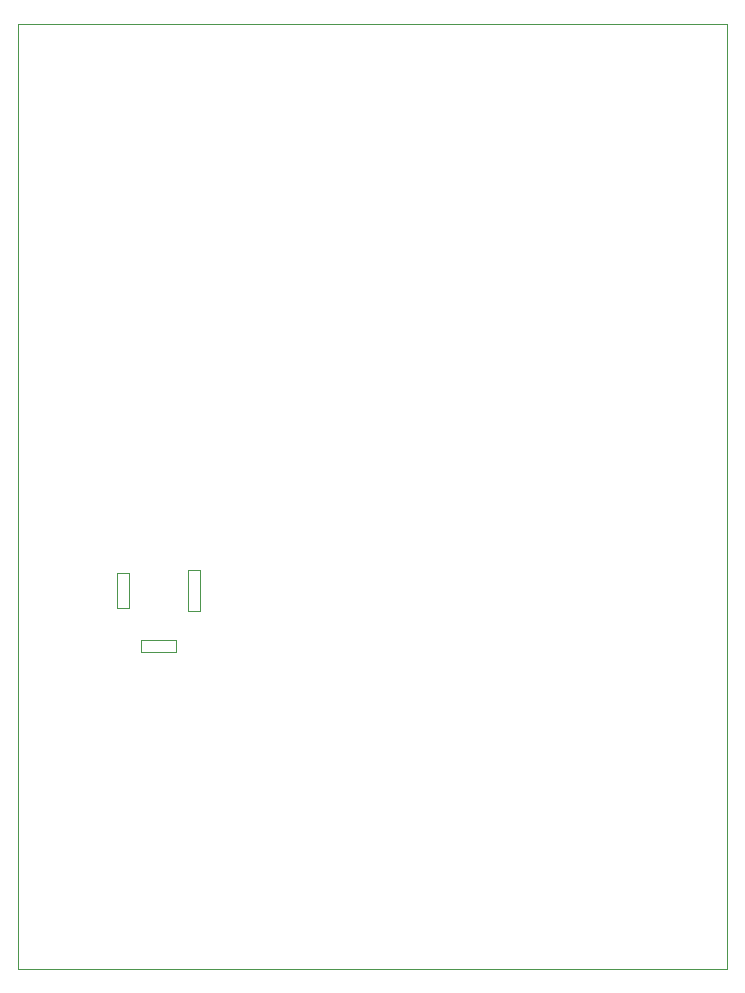
<source format=gbr>
G04 #@! TF.GenerationSoftware,KiCad,Pcbnew,(5.1.5)-3*
G04 #@! TF.CreationDate,2020-02-29T11:13:48-05:00*
G04 #@! TF.ProjectId,LED Control,4c454420-436f-46e7-9472-6f6c2e6b6963,rev?*
G04 #@! TF.SameCoordinates,Original*
G04 #@! TF.FileFunction,Profile,NP*
%FSLAX46Y46*%
G04 Gerber Fmt 4.6, Leading zero omitted, Abs format (unit mm)*
G04 Created by KiCad (PCBNEW (5.1.5)-3) date 2020-02-29 11:13:48*
%MOMM*%
%LPD*%
G04 APERTURE LIST*
%ADD10C,0.050000*%
%ADD11C,0.000100*%
G04 APERTURE END LIST*
D10*
X105000000Y-60000000D02*
X105000000Y-140000000D01*
X165000000Y-60000000D02*
X105000000Y-60000000D01*
X165000000Y-140000000D02*
X105000000Y-140000000D01*
X165000000Y-60000000D02*
X165000000Y-140000000D01*
D11*
X119388000Y-106200000D02*
X120388000Y-106200000D01*
X120388000Y-106200000D02*
X120388000Y-109700000D01*
X120388000Y-109700000D02*
X119388000Y-109700000D01*
X119388000Y-109700000D02*
X119388000Y-106200000D01*
X113388000Y-106450000D02*
X114388000Y-106450000D01*
X114388000Y-106450000D02*
X114388000Y-109450000D01*
X114388000Y-109450000D02*
X113388000Y-109450000D01*
X113388000Y-109450000D02*
X113388000Y-106450000D01*
X118388000Y-112150000D02*
X118388000Y-113150000D01*
X118388000Y-113150000D02*
X115388000Y-113150000D01*
X115388000Y-113150000D02*
X115388000Y-112150000D01*
X115388000Y-112150000D02*
X118388000Y-112150000D01*
M02*

</source>
